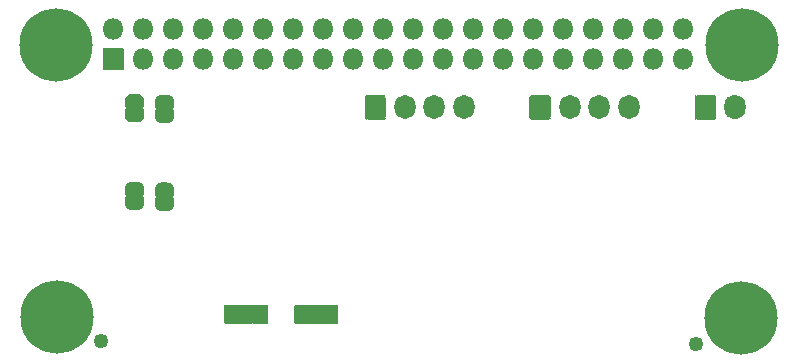
<source format=gbr>
G04 #@! TF.GenerationSoftware,KiCad,Pcbnew,5.1.12*
G04 #@! TF.CreationDate,2021-11-22T09:30:37+01:00*
G04 #@! TF.ProjectId,Raspberry Pi Zero W,52617370-6265-4727-9279-205069205a65,1.0.8*
G04 #@! TF.SameCoordinates,Original*
G04 #@! TF.FileFunction,Soldermask,Bot*
G04 #@! TF.FilePolarity,Negative*
%FSLAX46Y46*%
G04 Gerber Fmt 4.6, Leading zero omitted, Abs format (unit mm)*
G04 Created by KiCad (PCBNEW 5.1.12) date 2021-11-22 09:30:37*
%MOMM*%
%LPD*%
G01*
G04 APERTURE LIST*
%ADD10C,1.254000*%
%ADD11C,6.200000*%
%ADD12O,1.802000X2.102000*%
%ADD13O,1.802000X2.052000*%
%ADD14C,0.100000*%
%ADD15O,1.802000X1.802000*%
G04 APERTURE END LIST*
D10*
X123380500Y-116586000D03*
X173736000Y-116776500D03*
D11*
X177507900Y-114579400D03*
G36*
G01*
X173597000Y-97560000D02*
X173597000Y-95988000D01*
G75*
G02*
X173862000Y-95723000I265000J0D01*
G01*
X175134000Y-95723000D01*
G75*
G02*
X175399000Y-95988000I0J-265000D01*
G01*
X175399000Y-97560000D01*
G75*
G02*
X175134000Y-97825000I-265000J0D01*
G01*
X173862000Y-97825000D01*
G75*
G02*
X173597000Y-97560000I0J265000D01*
G01*
G37*
D12*
X176998000Y-96774000D03*
G36*
G01*
X159620000Y-97535000D02*
X159620000Y-96013000D01*
G75*
G02*
X159885000Y-95748000I265000J0D01*
G01*
X161157000Y-95748000D01*
G75*
G02*
X161422000Y-96013000I0J-265000D01*
G01*
X161422000Y-97535000D01*
G75*
G02*
X161157000Y-97800000I-265000J0D01*
G01*
X159885000Y-97800000D01*
G75*
G02*
X159620000Y-97535000I0J265000D01*
G01*
G37*
D13*
X163021000Y-96774000D03*
X165521000Y-96774000D03*
X168021000Y-96774000D03*
X154058000Y-96774000D03*
X151558000Y-96774000D03*
X149058000Y-96774000D03*
G36*
G01*
X145657000Y-97535000D02*
X145657000Y-96013000D01*
G75*
G02*
X145922000Y-95748000I265000J0D01*
G01*
X147194000Y-95748000D01*
G75*
G02*
X147459000Y-96013000I0J-265000D01*
G01*
X147459000Y-97535000D01*
G75*
G02*
X147194000Y-97800000I-265000J0D01*
G01*
X145922000Y-97800000D01*
G75*
G02*
X145657000Y-97535000I0J265000D01*
G01*
G37*
D14*
G36*
X126974520Y-96697450D02*
G01*
X126971618Y-96707017D01*
X126966905Y-96715834D01*
X126960562Y-96723562D01*
X126952834Y-96729905D01*
X126944017Y-96734618D01*
X126934450Y-96737520D01*
X126924500Y-96738500D01*
X125424500Y-96738500D01*
X125414550Y-96737520D01*
X125404983Y-96734618D01*
X125396166Y-96729905D01*
X125388438Y-96723562D01*
X125382095Y-96715834D01*
X125377382Y-96707017D01*
X125374480Y-96697450D01*
X125373500Y-96687500D01*
X125373500Y-96187500D01*
X125374102Y-96181388D01*
X125374102Y-96162966D01*
X125374348Y-96157967D01*
X125379158Y-96109136D01*
X125379892Y-96104186D01*
X125389464Y-96056061D01*
X125390680Y-96051205D01*
X125404924Y-96004250D01*
X125406610Y-95999539D01*
X125425387Y-95954206D01*
X125427527Y-95949680D01*
X125450658Y-95906407D01*
X125453231Y-95902116D01*
X125480491Y-95861317D01*
X125483473Y-95857296D01*
X125514601Y-95819367D01*
X125517962Y-95815659D01*
X125552659Y-95780962D01*
X125556367Y-95777601D01*
X125594296Y-95746473D01*
X125598317Y-95743491D01*
X125639116Y-95716231D01*
X125643407Y-95713658D01*
X125686680Y-95690527D01*
X125691206Y-95688387D01*
X125736539Y-95669610D01*
X125741250Y-95667924D01*
X125788205Y-95653680D01*
X125793061Y-95652464D01*
X125841186Y-95642892D01*
X125846136Y-95642158D01*
X125894967Y-95637348D01*
X125899966Y-95637102D01*
X125918388Y-95637102D01*
X125924500Y-95636500D01*
X126424500Y-95636500D01*
X126430612Y-95637102D01*
X126449034Y-95637102D01*
X126454033Y-95637348D01*
X126502864Y-95642158D01*
X126507814Y-95642892D01*
X126555939Y-95652464D01*
X126560795Y-95653680D01*
X126607750Y-95667924D01*
X126612461Y-95669610D01*
X126657794Y-95688387D01*
X126662320Y-95690527D01*
X126705593Y-95713658D01*
X126709884Y-95716231D01*
X126750683Y-95743491D01*
X126754704Y-95746473D01*
X126792633Y-95777601D01*
X126796341Y-95780962D01*
X126831038Y-95815659D01*
X126834399Y-95819367D01*
X126865527Y-95857296D01*
X126868509Y-95861317D01*
X126895769Y-95902116D01*
X126898342Y-95906407D01*
X126921473Y-95949680D01*
X126923613Y-95954206D01*
X126942390Y-95999539D01*
X126944076Y-96004250D01*
X126958320Y-96051205D01*
X126959536Y-96056061D01*
X126969108Y-96104186D01*
X126969842Y-96109136D01*
X126974652Y-96157967D01*
X126974898Y-96162966D01*
X126974898Y-96181388D01*
X126975500Y-96187500D01*
X126975500Y-96687500D01*
X126974520Y-96697450D01*
G37*
G36*
X126974898Y-97493612D02*
G01*
X126974898Y-97512034D01*
X126974652Y-97517033D01*
X126969842Y-97565864D01*
X126969108Y-97570814D01*
X126959536Y-97618939D01*
X126958320Y-97623795D01*
X126944076Y-97670750D01*
X126942390Y-97675461D01*
X126923613Y-97720794D01*
X126921473Y-97725320D01*
X126898342Y-97768593D01*
X126895769Y-97772884D01*
X126868509Y-97813683D01*
X126865527Y-97817704D01*
X126834399Y-97855633D01*
X126831038Y-97859341D01*
X126796341Y-97894038D01*
X126792633Y-97897399D01*
X126754704Y-97928527D01*
X126750683Y-97931509D01*
X126709884Y-97958769D01*
X126705593Y-97961342D01*
X126662320Y-97984473D01*
X126657794Y-97986613D01*
X126612461Y-98005390D01*
X126607750Y-98007076D01*
X126560795Y-98021320D01*
X126555939Y-98022536D01*
X126507814Y-98032108D01*
X126502864Y-98032842D01*
X126454033Y-98037652D01*
X126449034Y-98037898D01*
X126430612Y-98037898D01*
X126424500Y-98038500D01*
X125924500Y-98038500D01*
X125918388Y-98037898D01*
X125899966Y-98037898D01*
X125894967Y-98037652D01*
X125846136Y-98032842D01*
X125841186Y-98032108D01*
X125793061Y-98022536D01*
X125788205Y-98021320D01*
X125741250Y-98007076D01*
X125736539Y-98005390D01*
X125691206Y-97986613D01*
X125686680Y-97984473D01*
X125643407Y-97961342D01*
X125639116Y-97958769D01*
X125598317Y-97931509D01*
X125594296Y-97928527D01*
X125556367Y-97897399D01*
X125552659Y-97894038D01*
X125517962Y-97859341D01*
X125514601Y-97855633D01*
X125483473Y-97817704D01*
X125480491Y-97813683D01*
X125453231Y-97772884D01*
X125450658Y-97768593D01*
X125427527Y-97725320D01*
X125425387Y-97720794D01*
X125406610Y-97675461D01*
X125404924Y-97670750D01*
X125390680Y-97623795D01*
X125389464Y-97618939D01*
X125379892Y-97570814D01*
X125379158Y-97565864D01*
X125374348Y-97517033D01*
X125374102Y-97512034D01*
X125374102Y-97493612D01*
X125373500Y-97487500D01*
X125373500Y-96987500D01*
X125374480Y-96977550D01*
X125377382Y-96967983D01*
X125382095Y-96959166D01*
X125388438Y-96951438D01*
X125396166Y-96945095D01*
X125404983Y-96940382D01*
X125414550Y-96937480D01*
X125424500Y-96936500D01*
X126924500Y-96936500D01*
X126934450Y-96937480D01*
X126944017Y-96940382D01*
X126952834Y-96945095D01*
X126960562Y-96951438D01*
X126966905Y-96959166D01*
X126971618Y-96967983D01*
X126974520Y-96977550D01*
X126975500Y-96987500D01*
X126975500Y-97487500D01*
X126974898Y-97493612D01*
G37*
D11*
X177600000Y-91500000D03*
X119500000Y-91500000D03*
X119600000Y-114500000D03*
G36*
G01*
X123533800Y-91783600D02*
X125233800Y-91783600D01*
G75*
G02*
X125284800Y-91834600I0J-51000D01*
G01*
X125284800Y-93534600D01*
G75*
G02*
X125233800Y-93585600I-51000J0D01*
G01*
X123533800Y-93585600D01*
G75*
G02*
X123482800Y-93534600I0J51000D01*
G01*
X123482800Y-91834600D01*
G75*
G02*
X123533800Y-91783600I51000J0D01*
G01*
G37*
D15*
X124383800Y-90144600D03*
X126923800Y-92684600D03*
X126923800Y-90144600D03*
X129463800Y-92684600D03*
X129463800Y-90144600D03*
X132003800Y-92684600D03*
X132003800Y-90144600D03*
X134543800Y-92684600D03*
X134543800Y-90144600D03*
X137083800Y-92684600D03*
X137083800Y-90144600D03*
X139623800Y-92684600D03*
X139623800Y-90144600D03*
X142163800Y-92684600D03*
X142163800Y-90144600D03*
X144703800Y-92684600D03*
X144703800Y-90144600D03*
X147243800Y-92684600D03*
X147243800Y-90144600D03*
X149783800Y-92684600D03*
X149783800Y-90144600D03*
X152323800Y-92684600D03*
X152323800Y-90144600D03*
X154863800Y-92684600D03*
X154863800Y-90144600D03*
X157403800Y-92684600D03*
X157403800Y-90144600D03*
X159943800Y-92684600D03*
X159943800Y-90144600D03*
X162483800Y-92684600D03*
X162483800Y-90144600D03*
X165023800Y-92684600D03*
X165023800Y-90144600D03*
X167563800Y-92684600D03*
X167563800Y-90144600D03*
X170103800Y-92684600D03*
X170103800Y-90144600D03*
X172643800Y-92684600D03*
X172643800Y-90144600D03*
G36*
G01*
X139724000Y-115050000D02*
X139724000Y-113550000D01*
G75*
G02*
X139775000Y-113499000I51000J0D01*
G01*
X140775000Y-113499000D01*
G75*
G02*
X140826000Y-113550000I0J-51000D01*
G01*
X140826000Y-115050000D01*
G75*
G02*
X140775000Y-115101000I-51000J0D01*
G01*
X139775000Y-115101000D01*
G75*
G02*
X139724000Y-115050000I0J51000D01*
G01*
G37*
G36*
G01*
X142324000Y-115050000D02*
X142324000Y-113550000D01*
G75*
G02*
X142375000Y-113499000I51000J0D01*
G01*
X143375000Y-113499000D01*
G75*
G02*
X143426000Y-113550000I0J-51000D01*
G01*
X143426000Y-115050000D01*
G75*
G02*
X143375000Y-115101000I-51000J0D01*
G01*
X142375000Y-115101000D01*
G75*
G02*
X142324000Y-115050000I0J51000D01*
G01*
G37*
G36*
G01*
X141024000Y-115050000D02*
X141024000Y-113550000D01*
G75*
G02*
X141075000Y-113499000I51000J0D01*
G01*
X142075000Y-113499000D01*
G75*
G02*
X142126000Y-113550000I0J-51000D01*
G01*
X142126000Y-115050000D01*
G75*
G02*
X142075000Y-115101000I-51000J0D01*
G01*
X141075000Y-115101000D01*
G75*
G02*
X141024000Y-115050000I0J51000D01*
G01*
G37*
G36*
G01*
X133785000Y-115050000D02*
X133785000Y-113550000D01*
G75*
G02*
X133836000Y-113499000I51000J0D01*
G01*
X134836000Y-113499000D01*
G75*
G02*
X134887000Y-113550000I0J-51000D01*
G01*
X134887000Y-115050000D01*
G75*
G02*
X134836000Y-115101000I-51000J0D01*
G01*
X133836000Y-115101000D01*
G75*
G02*
X133785000Y-115050000I0J51000D01*
G01*
G37*
G36*
G01*
X136385000Y-115050000D02*
X136385000Y-113550000D01*
G75*
G02*
X136436000Y-113499000I51000J0D01*
G01*
X137436000Y-113499000D01*
G75*
G02*
X137487000Y-113550000I0J-51000D01*
G01*
X137487000Y-115050000D01*
G75*
G02*
X137436000Y-115101000I-51000J0D01*
G01*
X136436000Y-115101000D01*
G75*
G02*
X136385000Y-115050000I0J51000D01*
G01*
G37*
G36*
G01*
X135085000Y-115050000D02*
X135085000Y-113550000D01*
G75*
G02*
X135136000Y-113499000I51000J0D01*
G01*
X136136000Y-113499000D01*
G75*
G02*
X136187000Y-113550000I0J-51000D01*
G01*
X136187000Y-115050000D01*
G75*
G02*
X136136000Y-115101000I-51000J0D01*
G01*
X135136000Y-115101000D01*
G75*
G02*
X135085000Y-115050000I0J51000D01*
G01*
G37*
D14*
G36*
X129514520Y-96760950D02*
G01*
X129511618Y-96770517D01*
X129506905Y-96779334D01*
X129500562Y-96787062D01*
X129492834Y-96793405D01*
X129484017Y-96798118D01*
X129474450Y-96801020D01*
X129464500Y-96802000D01*
X127964500Y-96802000D01*
X127954550Y-96801020D01*
X127944983Y-96798118D01*
X127936166Y-96793405D01*
X127928438Y-96787062D01*
X127922095Y-96779334D01*
X127917382Y-96770517D01*
X127914480Y-96760950D01*
X127913500Y-96751000D01*
X127913500Y-96251000D01*
X127914102Y-96244888D01*
X127914102Y-96226466D01*
X127914348Y-96221467D01*
X127919158Y-96172636D01*
X127919892Y-96167686D01*
X127929464Y-96119561D01*
X127930680Y-96114705D01*
X127944924Y-96067750D01*
X127946610Y-96063039D01*
X127965387Y-96017706D01*
X127967527Y-96013180D01*
X127990658Y-95969907D01*
X127993231Y-95965616D01*
X128020491Y-95924817D01*
X128023473Y-95920796D01*
X128054601Y-95882867D01*
X128057962Y-95879159D01*
X128092659Y-95844462D01*
X128096367Y-95841101D01*
X128134296Y-95809973D01*
X128138317Y-95806991D01*
X128179116Y-95779731D01*
X128183407Y-95777158D01*
X128226680Y-95754027D01*
X128231206Y-95751887D01*
X128276539Y-95733110D01*
X128281250Y-95731424D01*
X128328205Y-95717180D01*
X128333061Y-95715964D01*
X128381186Y-95706392D01*
X128386136Y-95705658D01*
X128434967Y-95700848D01*
X128439966Y-95700602D01*
X128458388Y-95700602D01*
X128464500Y-95700000D01*
X128964500Y-95700000D01*
X128970612Y-95700602D01*
X128989034Y-95700602D01*
X128994033Y-95700848D01*
X129042864Y-95705658D01*
X129047814Y-95706392D01*
X129095939Y-95715964D01*
X129100795Y-95717180D01*
X129147750Y-95731424D01*
X129152461Y-95733110D01*
X129197794Y-95751887D01*
X129202320Y-95754027D01*
X129245593Y-95777158D01*
X129249884Y-95779731D01*
X129290683Y-95806991D01*
X129294704Y-95809973D01*
X129332633Y-95841101D01*
X129336341Y-95844462D01*
X129371038Y-95879159D01*
X129374399Y-95882867D01*
X129405527Y-95920796D01*
X129408509Y-95924817D01*
X129435769Y-95965616D01*
X129438342Y-95969907D01*
X129461473Y-96013180D01*
X129463613Y-96017706D01*
X129482390Y-96063039D01*
X129484076Y-96067750D01*
X129498320Y-96114705D01*
X129499536Y-96119561D01*
X129509108Y-96167686D01*
X129509842Y-96172636D01*
X129514652Y-96221467D01*
X129514898Y-96226466D01*
X129514898Y-96244888D01*
X129515500Y-96251000D01*
X129515500Y-96751000D01*
X129514520Y-96760950D01*
G37*
G36*
X129514898Y-97557112D02*
G01*
X129514898Y-97575534D01*
X129514652Y-97580533D01*
X129509842Y-97629364D01*
X129509108Y-97634314D01*
X129499536Y-97682439D01*
X129498320Y-97687295D01*
X129484076Y-97734250D01*
X129482390Y-97738961D01*
X129463613Y-97784294D01*
X129461473Y-97788820D01*
X129438342Y-97832093D01*
X129435769Y-97836384D01*
X129408509Y-97877183D01*
X129405527Y-97881204D01*
X129374399Y-97919133D01*
X129371038Y-97922841D01*
X129336341Y-97957538D01*
X129332633Y-97960899D01*
X129294704Y-97992027D01*
X129290683Y-97995009D01*
X129249884Y-98022269D01*
X129245593Y-98024842D01*
X129202320Y-98047973D01*
X129197794Y-98050113D01*
X129152461Y-98068890D01*
X129147750Y-98070576D01*
X129100795Y-98084820D01*
X129095939Y-98086036D01*
X129047814Y-98095608D01*
X129042864Y-98096342D01*
X128994033Y-98101152D01*
X128989034Y-98101398D01*
X128970612Y-98101398D01*
X128964500Y-98102000D01*
X128464500Y-98102000D01*
X128458388Y-98101398D01*
X128439966Y-98101398D01*
X128434967Y-98101152D01*
X128386136Y-98096342D01*
X128381186Y-98095608D01*
X128333061Y-98086036D01*
X128328205Y-98084820D01*
X128281250Y-98070576D01*
X128276539Y-98068890D01*
X128231206Y-98050113D01*
X128226680Y-98047973D01*
X128183407Y-98024842D01*
X128179116Y-98022269D01*
X128138317Y-97995009D01*
X128134296Y-97992027D01*
X128096367Y-97960899D01*
X128092659Y-97957538D01*
X128057962Y-97922841D01*
X128054601Y-97919133D01*
X128023473Y-97881204D01*
X128020491Y-97877183D01*
X127993231Y-97836384D01*
X127990658Y-97832093D01*
X127967527Y-97788820D01*
X127965387Y-97784294D01*
X127946610Y-97738961D01*
X127944924Y-97734250D01*
X127930680Y-97687295D01*
X127929464Y-97682439D01*
X127919892Y-97634314D01*
X127919158Y-97629364D01*
X127914348Y-97580533D01*
X127914102Y-97575534D01*
X127914102Y-97557112D01*
X127913500Y-97551000D01*
X127913500Y-97051000D01*
X127914480Y-97041050D01*
X127917382Y-97031483D01*
X127922095Y-97022666D01*
X127928438Y-97014938D01*
X127936166Y-97008595D01*
X127944983Y-97003882D01*
X127954550Y-97000980D01*
X127964500Y-97000000D01*
X129464500Y-97000000D01*
X129474450Y-97000980D01*
X129484017Y-97003882D01*
X129492834Y-97008595D01*
X129500562Y-97014938D01*
X129506905Y-97022666D01*
X129511618Y-97031483D01*
X129514520Y-97041050D01*
X129515500Y-97051000D01*
X129515500Y-97551000D01*
X129514898Y-97557112D01*
G37*
G36*
X126974520Y-104126950D02*
G01*
X126971618Y-104136517D01*
X126966905Y-104145334D01*
X126960562Y-104153062D01*
X126952834Y-104159405D01*
X126944017Y-104164118D01*
X126934450Y-104167020D01*
X126924500Y-104168000D01*
X125424500Y-104168000D01*
X125414550Y-104167020D01*
X125404983Y-104164118D01*
X125396166Y-104159405D01*
X125388438Y-104153062D01*
X125382095Y-104145334D01*
X125377382Y-104136517D01*
X125374480Y-104126950D01*
X125373500Y-104117000D01*
X125373500Y-103617000D01*
X125374102Y-103610888D01*
X125374102Y-103592466D01*
X125374348Y-103587467D01*
X125379158Y-103538636D01*
X125379892Y-103533686D01*
X125389464Y-103485561D01*
X125390680Y-103480705D01*
X125404924Y-103433750D01*
X125406610Y-103429039D01*
X125425387Y-103383706D01*
X125427527Y-103379180D01*
X125450658Y-103335907D01*
X125453231Y-103331616D01*
X125480491Y-103290817D01*
X125483473Y-103286796D01*
X125514601Y-103248867D01*
X125517962Y-103245159D01*
X125552659Y-103210462D01*
X125556367Y-103207101D01*
X125594296Y-103175973D01*
X125598317Y-103172991D01*
X125639116Y-103145731D01*
X125643407Y-103143158D01*
X125686680Y-103120027D01*
X125691206Y-103117887D01*
X125736539Y-103099110D01*
X125741250Y-103097424D01*
X125788205Y-103083180D01*
X125793061Y-103081964D01*
X125841186Y-103072392D01*
X125846136Y-103071658D01*
X125894967Y-103066848D01*
X125899966Y-103066602D01*
X125918388Y-103066602D01*
X125924500Y-103066000D01*
X126424500Y-103066000D01*
X126430612Y-103066602D01*
X126449034Y-103066602D01*
X126454033Y-103066848D01*
X126502864Y-103071658D01*
X126507814Y-103072392D01*
X126555939Y-103081964D01*
X126560795Y-103083180D01*
X126607750Y-103097424D01*
X126612461Y-103099110D01*
X126657794Y-103117887D01*
X126662320Y-103120027D01*
X126705593Y-103143158D01*
X126709884Y-103145731D01*
X126750683Y-103172991D01*
X126754704Y-103175973D01*
X126792633Y-103207101D01*
X126796341Y-103210462D01*
X126831038Y-103245159D01*
X126834399Y-103248867D01*
X126865527Y-103286796D01*
X126868509Y-103290817D01*
X126895769Y-103331616D01*
X126898342Y-103335907D01*
X126921473Y-103379180D01*
X126923613Y-103383706D01*
X126942390Y-103429039D01*
X126944076Y-103433750D01*
X126958320Y-103480705D01*
X126959536Y-103485561D01*
X126969108Y-103533686D01*
X126969842Y-103538636D01*
X126974652Y-103587467D01*
X126974898Y-103592466D01*
X126974898Y-103610888D01*
X126975500Y-103617000D01*
X126975500Y-104117000D01*
X126974520Y-104126950D01*
G37*
G36*
X126974898Y-104923112D02*
G01*
X126974898Y-104941534D01*
X126974652Y-104946533D01*
X126969842Y-104995364D01*
X126969108Y-105000314D01*
X126959536Y-105048439D01*
X126958320Y-105053295D01*
X126944076Y-105100250D01*
X126942390Y-105104961D01*
X126923613Y-105150294D01*
X126921473Y-105154820D01*
X126898342Y-105198093D01*
X126895769Y-105202384D01*
X126868509Y-105243183D01*
X126865527Y-105247204D01*
X126834399Y-105285133D01*
X126831038Y-105288841D01*
X126796341Y-105323538D01*
X126792633Y-105326899D01*
X126754704Y-105358027D01*
X126750683Y-105361009D01*
X126709884Y-105388269D01*
X126705593Y-105390842D01*
X126662320Y-105413973D01*
X126657794Y-105416113D01*
X126612461Y-105434890D01*
X126607750Y-105436576D01*
X126560795Y-105450820D01*
X126555939Y-105452036D01*
X126507814Y-105461608D01*
X126502864Y-105462342D01*
X126454033Y-105467152D01*
X126449034Y-105467398D01*
X126430612Y-105467398D01*
X126424500Y-105468000D01*
X125924500Y-105468000D01*
X125918388Y-105467398D01*
X125899966Y-105467398D01*
X125894967Y-105467152D01*
X125846136Y-105462342D01*
X125841186Y-105461608D01*
X125793061Y-105452036D01*
X125788205Y-105450820D01*
X125741250Y-105436576D01*
X125736539Y-105434890D01*
X125691206Y-105416113D01*
X125686680Y-105413973D01*
X125643407Y-105390842D01*
X125639116Y-105388269D01*
X125598317Y-105361009D01*
X125594296Y-105358027D01*
X125556367Y-105326899D01*
X125552659Y-105323538D01*
X125517962Y-105288841D01*
X125514601Y-105285133D01*
X125483473Y-105247204D01*
X125480491Y-105243183D01*
X125453231Y-105202384D01*
X125450658Y-105198093D01*
X125427527Y-105154820D01*
X125425387Y-105150294D01*
X125406610Y-105104961D01*
X125404924Y-105100250D01*
X125390680Y-105053295D01*
X125389464Y-105048439D01*
X125379892Y-105000314D01*
X125379158Y-104995364D01*
X125374348Y-104946533D01*
X125374102Y-104941534D01*
X125374102Y-104923112D01*
X125373500Y-104917000D01*
X125373500Y-104417000D01*
X125374480Y-104407050D01*
X125377382Y-104397483D01*
X125382095Y-104388666D01*
X125388438Y-104380938D01*
X125396166Y-104374595D01*
X125404983Y-104369882D01*
X125414550Y-104366980D01*
X125424500Y-104366000D01*
X126924500Y-104366000D01*
X126934450Y-104366980D01*
X126944017Y-104369882D01*
X126952834Y-104374595D01*
X126960562Y-104380938D01*
X126966905Y-104388666D01*
X126971618Y-104397483D01*
X126974520Y-104407050D01*
X126975500Y-104417000D01*
X126975500Y-104917000D01*
X126974898Y-104923112D01*
G37*
G36*
X129514898Y-104986612D02*
G01*
X129514898Y-105005034D01*
X129514652Y-105010033D01*
X129509842Y-105058864D01*
X129509108Y-105063814D01*
X129499536Y-105111939D01*
X129498320Y-105116795D01*
X129484076Y-105163750D01*
X129482390Y-105168461D01*
X129463613Y-105213794D01*
X129461473Y-105218320D01*
X129438342Y-105261593D01*
X129435769Y-105265884D01*
X129408509Y-105306683D01*
X129405527Y-105310704D01*
X129374399Y-105348633D01*
X129371038Y-105352341D01*
X129336341Y-105387038D01*
X129332633Y-105390399D01*
X129294704Y-105421527D01*
X129290683Y-105424509D01*
X129249884Y-105451769D01*
X129245593Y-105454342D01*
X129202320Y-105477473D01*
X129197794Y-105479613D01*
X129152461Y-105498390D01*
X129147750Y-105500076D01*
X129100795Y-105514320D01*
X129095939Y-105515536D01*
X129047814Y-105525108D01*
X129042864Y-105525842D01*
X128994033Y-105530652D01*
X128989034Y-105530898D01*
X128970612Y-105530898D01*
X128964500Y-105531500D01*
X128464500Y-105531500D01*
X128458388Y-105530898D01*
X128439966Y-105530898D01*
X128434967Y-105530652D01*
X128386136Y-105525842D01*
X128381186Y-105525108D01*
X128333061Y-105515536D01*
X128328205Y-105514320D01*
X128281250Y-105500076D01*
X128276539Y-105498390D01*
X128231206Y-105479613D01*
X128226680Y-105477473D01*
X128183407Y-105454342D01*
X128179116Y-105451769D01*
X128138317Y-105424509D01*
X128134296Y-105421527D01*
X128096367Y-105390399D01*
X128092659Y-105387038D01*
X128057962Y-105352341D01*
X128054601Y-105348633D01*
X128023473Y-105310704D01*
X128020491Y-105306683D01*
X127993231Y-105265884D01*
X127990658Y-105261593D01*
X127967527Y-105218320D01*
X127965387Y-105213794D01*
X127946610Y-105168461D01*
X127944924Y-105163750D01*
X127930680Y-105116795D01*
X127929464Y-105111939D01*
X127919892Y-105063814D01*
X127919158Y-105058864D01*
X127914348Y-105010033D01*
X127914102Y-105005034D01*
X127914102Y-104986612D01*
X127913500Y-104980500D01*
X127913500Y-104480500D01*
X127914480Y-104470550D01*
X127917382Y-104460983D01*
X127922095Y-104452166D01*
X127928438Y-104444438D01*
X127936166Y-104438095D01*
X127944983Y-104433382D01*
X127954550Y-104430480D01*
X127964500Y-104429500D01*
X129464500Y-104429500D01*
X129474450Y-104430480D01*
X129484017Y-104433382D01*
X129492834Y-104438095D01*
X129500562Y-104444438D01*
X129506905Y-104452166D01*
X129511618Y-104460983D01*
X129514520Y-104470550D01*
X129515500Y-104480500D01*
X129515500Y-104980500D01*
X129514898Y-104986612D01*
G37*
G36*
X129514520Y-104190450D02*
G01*
X129511618Y-104200017D01*
X129506905Y-104208834D01*
X129500562Y-104216562D01*
X129492834Y-104222905D01*
X129484017Y-104227618D01*
X129474450Y-104230520D01*
X129464500Y-104231500D01*
X127964500Y-104231500D01*
X127954550Y-104230520D01*
X127944983Y-104227618D01*
X127936166Y-104222905D01*
X127928438Y-104216562D01*
X127922095Y-104208834D01*
X127917382Y-104200017D01*
X127914480Y-104190450D01*
X127913500Y-104180500D01*
X127913500Y-103680500D01*
X127914102Y-103674388D01*
X127914102Y-103655966D01*
X127914348Y-103650967D01*
X127919158Y-103602136D01*
X127919892Y-103597186D01*
X127929464Y-103549061D01*
X127930680Y-103544205D01*
X127944924Y-103497250D01*
X127946610Y-103492539D01*
X127965387Y-103447206D01*
X127967527Y-103442680D01*
X127990658Y-103399407D01*
X127993231Y-103395116D01*
X128020491Y-103354317D01*
X128023473Y-103350296D01*
X128054601Y-103312367D01*
X128057962Y-103308659D01*
X128092659Y-103273962D01*
X128096367Y-103270601D01*
X128134296Y-103239473D01*
X128138317Y-103236491D01*
X128179116Y-103209231D01*
X128183407Y-103206658D01*
X128226680Y-103183527D01*
X128231206Y-103181387D01*
X128276539Y-103162610D01*
X128281250Y-103160924D01*
X128328205Y-103146680D01*
X128333061Y-103145464D01*
X128381186Y-103135892D01*
X128386136Y-103135158D01*
X128434967Y-103130348D01*
X128439966Y-103130102D01*
X128458388Y-103130102D01*
X128464500Y-103129500D01*
X128964500Y-103129500D01*
X128970612Y-103130102D01*
X128989034Y-103130102D01*
X128994033Y-103130348D01*
X129042864Y-103135158D01*
X129047814Y-103135892D01*
X129095939Y-103145464D01*
X129100795Y-103146680D01*
X129147750Y-103160924D01*
X129152461Y-103162610D01*
X129197794Y-103181387D01*
X129202320Y-103183527D01*
X129245593Y-103206658D01*
X129249884Y-103209231D01*
X129290683Y-103236491D01*
X129294704Y-103239473D01*
X129332633Y-103270601D01*
X129336341Y-103273962D01*
X129371038Y-103308659D01*
X129374399Y-103312367D01*
X129405527Y-103350296D01*
X129408509Y-103354317D01*
X129435769Y-103395116D01*
X129438342Y-103399407D01*
X129461473Y-103442680D01*
X129463613Y-103447206D01*
X129482390Y-103492539D01*
X129484076Y-103497250D01*
X129498320Y-103544205D01*
X129499536Y-103549061D01*
X129509108Y-103597186D01*
X129509842Y-103602136D01*
X129514652Y-103650967D01*
X129514898Y-103655966D01*
X129514898Y-103674388D01*
X129515500Y-103680500D01*
X129515500Y-104180500D01*
X129514520Y-104190450D01*
G37*
G36*
X135086732Y-113498000D02*
G01*
X135087000Y-113499000D01*
X135087000Y-115101000D01*
X135086000Y-115102732D01*
X135085000Y-115103000D01*
X134887000Y-115103000D01*
X134885268Y-115102000D01*
X134885000Y-115101000D01*
X134885000Y-113499000D01*
X134886000Y-113497268D01*
X134887000Y-113497000D01*
X135085000Y-113497000D01*
X135086732Y-113498000D01*
G37*
G36*
X142325732Y-113498000D02*
G01*
X142326000Y-113499000D01*
X142326000Y-115101000D01*
X142325000Y-115102732D01*
X142324000Y-115103000D01*
X142126000Y-115103000D01*
X142124268Y-115102000D01*
X142124000Y-115101000D01*
X142124000Y-113499000D01*
X142125000Y-113497268D01*
X142126000Y-113497000D01*
X142324000Y-113497000D01*
X142325732Y-113498000D01*
G37*
G36*
X136386732Y-113498000D02*
G01*
X136387000Y-113499000D01*
X136387000Y-115101000D01*
X136386000Y-115102732D01*
X136385000Y-115103000D01*
X136187000Y-115103000D01*
X136185268Y-115102000D01*
X136185000Y-115101000D01*
X136185000Y-113499000D01*
X136186000Y-113497268D01*
X136187000Y-113497000D01*
X136385000Y-113497000D01*
X136386732Y-113498000D01*
G37*
G36*
X141025732Y-113498000D02*
G01*
X141026000Y-113499000D01*
X141026000Y-115101000D01*
X141025000Y-115102732D01*
X141024000Y-115103000D01*
X140826000Y-115103000D01*
X140824268Y-115102000D01*
X140824000Y-115101000D01*
X140824000Y-113499000D01*
X140825000Y-113497268D01*
X140826000Y-113497000D01*
X141024000Y-113497000D01*
X141025732Y-113498000D01*
G37*
G36*
X127939833Y-104222597D02*
G01*
X127945752Y-104225761D01*
X127954945Y-104228550D01*
X127964594Y-104229500D01*
X129464406Y-104229500D01*
X129474055Y-104228550D01*
X129483248Y-104225761D01*
X129489171Y-104222595D01*
X129491170Y-104222661D01*
X129492113Y-104224424D01*
X129491383Y-104225905D01*
X129490251Y-104226834D01*
X129490093Y-104226951D01*
X129477404Y-104235429D01*
X129460357Y-104252476D01*
X129446962Y-104272524D01*
X129437736Y-104294798D01*
X129433032Y-104318448D01*
X129433032Y-104342554D01*
X129437737Y-104366204D01*
X129446963Y-104388478D01*
X129460358Y-104408525D01*
X129477405Y-104425572D01*
X129490093Y-104434050D01*
X129490251Y-104434167D01*
X129491379Y-104435093D01*
X129492083Y-104436965D01*
X129490814Y-104438511D01*
X129489167Y-104438403D01*
X129483248Y-104435239D01*
X129474055Y-104432450D01*
X129464406Y-104431500D01*
X127964594Y-104431500D01*
X127954945Y-104432450D01*
X127945752Y-104435239D01*
X127939829Y-104438405D01*
X127937830Y-104438339D01*
X127936887Y-104436576D01*
X127937617Y-104435095D01*
X127938749Y-104434166D01*
X127938907Y-104434049D01*
X127951596Y-104425571D01*
X127968643Y-104408524D01*
X127982038Y-104388476D01*
X127991264Y-104366202D01*
X127995968Y-104342552D01*
X127995968Y-104318446D01*
X127991263Y-104294796D01*
X127982037Y-104272522D01*
X127968642Y-104252475D01*
X127951595Y-104235428D01*
X127938907Y-104226950D01*
X127938749Y-104226833D01*
X127937621Y-104225907D01*
X127936917Y-104224035D01*
X127938186Y-104222489D01*
X127939833Y-104222597D01*
G37*
G36*
X125399833Y-104159097D02*
G01*
X125405752Y-104162261D01*
X125414945Y-104165050D01*
X125424594Y-104166000D01*
X126924406Y-104166000D01*
X126934055Y-104165050D01*
X126943248Y-104162261D01*
X126949171Y-104159095D01*
X126951170Y-104159161D01*
X126952113Y-104160924D01*
X126951383Y-104162405D01*
X126950251Y-104163334D01*
X126950093Y-104163451D01*
X126937404Y-104171929D01*
X126920357Y-104188976D01*
X126906962Y-104209024D01*
X126897736Y-104231298D01*
X126893032Y-104254948D01*
X126893032Y-104279054D01*
X126897737Y-104302704D01*
X126906963Y-104324978D01*
X126920358Y-104345025D01*
X126937405Y-104362072D01*
X126950093Y-104370550D01*
X126950251Y-104370667D01*
X126951379Y-104371593D01*
X126952083Y-104373465D01*
X126950814Y-104375011D01*
X126949167Y-104374903D01*
X126943248Y-104371739D01*
X126934055Y-104368950D01*
X126924406Y-104368000D01*
X125424594Y-104368000D01*
X125414945Y-104368950D01*
X125405752Y-104371739D01*
X125399829Y-104374905D01*
X125397830Y-104374839D01*
X125396887Y-104373076D01*
X125397617Y-104371595D01*
X125398749Y-104370666D01*
X125398907Y-104370549D01*
X125411596Y-104362071D01*
X125428643Y-104345024D01*
X125442038Y-104324976D01*
X125451264Y-104302702D01*
X125455968Y-104279052D01*
X125455968Y-104254946D01*
X125451263Y-104231296D01*
X125442037Y-104209022D01*
X125428642Y-104188975D01*
X125411595Y-104171928D01*
X125398907Y-104163450D01*
X125398749Y-104163333D01*
X125397621Y-104162407D01*
X125396917Y-104160535D01*
X125398186Y-104158989D01*
X125399833Y-104159097D01*
G37*
G36*
X175400165Y-97558374D02*
G01*
X175401000Y-97560000D01*
X175401000Y-97642097D01*
X175400990Y-97642293D01*
X175397001Y-97682796D01*
X175396925Y-97683181D01*
X175386899Y-97716233D01*
X175386749Y-97716595D01*
X175370472Y-97747046D01*
X175370254Y-97747372D01*
X175348345Y-97774068D01*
X175348068Y-97774345D01*
X175321372Y-97796254D01*
X175321046Y-97796472D01*
X175290595Y-97812749D01*
X175290233Y-97812899D01*
X175257181Y-97822925D01*
X175256796Y-97823001D01*
X175216293Y-97826990D01*
X175216097Y-97827000D01*
X175134000Y-97827000D01*
X175132268Y-97826000D01*
X175132268Y-97824000D01*
X175133804Y-97823010D01*
X175185304Y-97817938D01*
X175234642Y-97802971D01*
X175280110Y-97778668D01*
X175319962Y-97745962D01*
X175352668Y-97706110D01*
X175376971Y-97660642D01*
X175391938Y-97611304D01*
X175397010Y-97559804D01*
X175398175Y-97558178D01*
X175400165Y-97558374D01*
G37*
G36*
X173598990Y-97559804D02*
G01*
X173604062Y-97611304D01*
X173619029Y-97660642D01*
X173643332Y-97706110D01*
X173676038Y-97745962D01*
X173715890Y-97778668D01*
X173761358Y-97802971D01*
X173810696Y-97817938D01*
X173862196Y-97823010D01*
X173863822Y-97824175D01*
X173863626Y-97826165D01*
X173862000Y-97827000D01*
X173779903Y-97827000D01*
X173779707Y-97826990D01*
X173739204Y-97823001D01*
X173738819Y-97822925D01*
X173705767Y-97812899D01*
X173705405Y-97812749D01*
X173674954Y-97796472D01*
X173674628Y-97796254D01*
X173647932Y-97774345D01*
X173647655Y-97774068D01*
X173625746Y-97747372D01*
X173625528Y-97747046D01*
X173609251Y-97716595D01*
X173609101Y-97716233D01*
X173599075Y-97683181D01*
X173598999Y-97682796D01*
X173595010Y-97642293D01*
X173595000Y-97642097D01*
X173595000Y-97560000D01*
X173596000Y-97558268D01*
X173598000Y-97558268D01*
X173598990Y-97559804D01*
G37*
G36*
X145658990Y-97534804D02*
G01*
X145664062Y-97586304D01*
X145679029Y-97635642D01*
X145703332Y-97681110D01*
X145736038Y-97720962D01*
X145775890Y-97753668D01*
X145821358Y-97777971D01*
X145870696Y-97792938D01*
X145922196Y-97798010D01*
X145923822Y-97799175D01*
X145923626Y-97801165D01*
X145922000Y-97802000D01*
X145839903Y-97802000D01*
X145839707Y-97801990D01*
X145799204Y-97798001D01*
X145798819Y-97797925D01*
X145765767Y-97787899D01*
X145765405Y-97787749D01*
X145734954Y-97771472D01*
X145734628Y-97771254D01*
X145707932Y-97749345D01*
X145707655Y-97749068D01*
X145685746Y-97722372D01*
X145685528Y-97722046D01*
X145669251Y-97691595D01*
X145669101Y-97691233D01*
X145659075Y-97658181D01*
X145658999Y-97657796D01*
X145655010Y-97617293D01*
X145655000Y-97617097D01*
X145655000Y-97535000D01*
X145656000Y-97533268D01*
X145658000Y-97533268D01*
X145658990Y-97534804D01*
G37*
G36*
X159621990Y-97534804D02*
G01*
X159627062Y-97586304D01*
X159642029Y-97635642D01*
X159666332Y-97681110D01*
X159699038Y-97720962D01*
X159738890Y-97753668D01*
X159784358Y-97777971D01*
X159833696Y-97792938D01*
X159885196Y-97798010D01*
X159886822Y-97799175D01*
X159886626Y-97801165D01*
X159885000Y-97802000D01*
X159802903Y-97802000D01*
X159802707Y-97801990D01*
X159762204Y-97798001D01*
X159761819Y-97797925D01*
X159728767Y-97787899D01*
X159728405Y-97787749D01*
X159697954Y-97771472D01*
X159697628Y-97771254D01*
X159670932Y-97749345D01*
X159670655Y-97749068D01*
X159648746Y-97722372D01*
X159648528Y-97722046D01*
X159632251Y-97691595D01*
X159632101Y-97691233D01*
X159622075Y-97658181D01*
X159621999Y-97657796D01*
X159618010Y-97617293D01*
X159618000Y-97617097D01*
X159618000Y-97535000D01*
X159619000Y-97533268D01*
X159621000Y-97533268D01*
X159621990Y-97534804D01*
G37*
G36*
X147460165Y-97533374D02*
G01*
X147461000Y-97535000D01*
X147461000Y-97617097D01*
X147460990Y-97617293D01*
X147457001Y-97657796D01*
X147456925Y-97658181D01*
X147446899Y-97691233D01*
X147446749Y-97691595D01*
X147430472Y-97722046D01*
X147430254Y-97722372D01*
X147408345Y-97749068D01*
X147408068Y-97749345D01*
X147381372Y-97771254D01*
X147381046Y-97771472D01*
X147350595Y-97787749D01*
X147350233Y-97787899D01*
X147317181Y-97797925D01*
X147316796Y-97798001D01*
X147276293Y-97801990D01*
X147276097Y-97802000D01*
X147194000Y-97802000D01*
X147192268Y-97801000D01*
X147192268Y-97799000D01*
X147193804Y-97798010D01*
X147245304Y-97792938D01*
X147294642Y-97777971D01*
X147340110Y-97753668D01*
X147379962Y-97720962D01*
X147412668Y-97681110D01*
X147436971Y-97635642D01*
X147451938Y-97586304D01*
X147457010Y-97534804D01*
X147458175Y-97533178D01*
X147460165Y-97533374D01*
G37*
G36*
X161423165Y-97533374D02*
G01*
X161424000Y-97535000D01*
X161424000Y-97617097D01*
X161423990Y-97617293D01*
X161420001Y-97657796D01*
X161419925Y-97658181D01*
X161409899Y-97691233D01*
X161409749Y-97691595D01*
X161393472Y-97722046D01*
X161393254Y-97722372D01*
X161371345Y-97749068D01*
X161371068Y-97749345D01*
X161344372Y-97771254D01*
X161344046Y-97771472D01*
X161313595Y-97787749D01*
X161313233Y-97787899D01*
X161280181Y-97797925D01*
X161279796Y-97798001D01*
X161239293Y-97801990D01*
X161239097Y-97802000D01*
X161157000Y-97802000D01*
X161155268Y-97801000D01*
X161155268Y-97799000D01*
X161156804Y-97798010D01*
X161208304Y-97792938D01*
X161257642Y-97777971D01*
X161303110Y-97753668D01*
X161342962Y-97720962D01*
X161375668Y-97681110D01*
X161399971Y-97635642D01*
X161414938Y-97586304D01*
X161420010Y-97534804D01*
X161421175Y-97533178D01*
X161423165Y-97533374D01*
G37*
G36*
X127939833Y-96793097D02*
G01*
X127945752Y-96796261D01*
X127954945Y-96799050D01*
X127964594Y-96800000D01*
X129464406Y-96800000D01*
X129474055Y-96799050D01*
X129483248Y-96796261D01*
X129489171Y-96793095D01*
X129491170Y-96793161D01*
X129492113Y-96794924D01*
X129491383Y-96796405D01*
X129490251Y-96797334D01*
X129490093Y-96797451D01*
X129477404Y-96805929D01*
X129460357Y-96822976D01*
X129446962Y-96843024D01*
X129437736Y-96865298D01*
X129433032Y-96888948D01*
X129433032Y-96913054D01*
X129437737Y-96936704D01*
X129446963Y-96958978D01*
X129460358Y-96979025D01*
X129477405Y-96996072D01*
X129490093Y-97004550D01*
X129490251Y-97004667D01*
X129491379Y-97005593D01*
X129492083Y-97007465D01*
X129490814Y-97009011D01*
X129489167Y-97008903D01*
X129483248Y-97005739D01*
X129474055Y-97002950D01*
X129464406Y-97002000D01*
X127964594Y-97002000D01*
X127954945Y-97002950D01*
X127945752Y-97005739D01*
X127939829Y-97008905D01*
X127937830Y-97008839D01*
X127936887Y-97007076D01*
X127937617Y-97005595D01*
X127938749Y-97004666D01*
X127938907Y-97004549D01*
X127951596Y-96996071D01*
X127968643Y-96979024D01*
X127982038Y-96958976D01*
X127991264Y-96936702D01*
X127995968Y-96913052D01*
X127995968Y-96888946D01*
X127991263Y-96865296D01*
X127982037Y-96843022D01*
X127968642Y-96822975D01*
X127951595Y-96805928D01*
X127938907Y-96797450D01*
X127938749Y-96797333D01*
X127937621Y-96796407D01*
X127936917Y-96794535D01*
X127938186Y-96792989D01*
X127939833Y-96793097D01*
G37*
G36*
X125399833Y-96729597D02*
G01*
X125405752Y-96732761D01*
X125414945Y-96735550D01*
X125424594Y-96736500D01*
X126924406Y-96736500D01*
X126934055Y-96735550D01*
X126943248Y-96732761D01*
X126949171Y-96729595D01*
X126951170Y-96729661D01*
X126952113Y-96731424D01*
X126951383Y-96732905D01*
X126950251Y-96733834D01*
X126950093Y-96733951D01*
X126937404Y-96742429D01*
X126920357Y-96759476D01*
X126906962Y-96779524D01*
X126897736Y-96801798D01*
X126893032Y-96825448D01*
X126893032Y-96849554D01*
X126897737Y-96873204D01*
X126906963Y-96895478D01*
X126920358Y-96915525D01*
X126937405Y-96932572D01*
X126950093Y-96941050D01*
X126950251Y-96941167D01*
X126951379Y-96942093D01*
X126952083Y-96943965D01*
X126950814Y-96945511D01*
X126949167Y-96945403D01*
X126943248Y-96942239D01*
X126934055Y-96939450D01*
X126924406Y-96938500D01*
X125424594Y-96938500D01*
X125414945Y-96939450D01*
X125405752Y-96942239D01*
X125399829Y-96945405D01*
X125397830Y-96945339D01*
X125396887Y-96943576D01*
X125397617Y-96942095D01*
X125398749Y-96941166D01*
X125398907Y-96941049D01*
X125411596Y-96932571D01*
X125428643Y-96915524D01*
X125442038Y-96895476D01*
X125451264Y-96873202D01*
X125455968Y-96849552D01*
X125455968Y-96825446D01*
X125451263Y-96801796D01*
X125442037Y-96779522D01*
X125428642Y-96759475D01*
X125411595Y-96742428D01*
X125398907Y-96733950D01*
X125398749Y-96733833D01*
X125397621Y-96732907D01*
X125396917Y-96731035D01*
X125398186Y-96729489D01*
X125399833Y-96729597D01*
G37*
G36*
X159886732Y-95747000D02*
G01*
X159886732Y-95749000D01*
X159885196Y-95749990D01*
X159833696Y-95755062D01*
X159784358Y-95770029D01*
X159738890Y-95794332D01*
X159699038Y-95827038D01*
X159666332Y-95866890D01*
X159642029Y-95912358D01*
X159627062Y-95961696D01*
X159621990Y-96013196D01*
X159620825Y-96014822D01*
X159618835Y-96014626D01*
X159618000Y-96013000D01*
X159618000Y-95930903D01*
X159618010Y-95930707D01*
X159621999Y-95890204D01*
X159622075Y-95889819D01*
X159632101Y-95856767D01*
X159632251Y-95856405D01*
X159648528Y-95825954D01*
X159648746Y-95825628D01*
X159670655Y-95798932D01*
X159670932Y-95798655D01*
X159697628Y-95776746D01*
X159697954Y-95776528D01*
X159728405Y-95760251D01*
X159728767Y-95760101D01*
X159761819Y-95750075D01*
X159762204Y-95749999D01*
X159802707Y-95746010D01*
X159802903Y-95746000D01*
X159885000Y-95746000D01*
X159886732Y-95747000D01*
G37*
G36*
X145923732Y-95747000D02*
G01*
X145923732Y-95749000D01*
X145922196Y-95749990D01*
X145870696Y-95755062D01*
X145821358Y-95770029D01*
X145775890Y-95794332D01*
X145736038Y-95827038D01*
X145703332Y-95866890D01*
X145679029Y-95912358D01*
X145664062Y-95961696D01*
X145658990Y-96013196D01*
X145657825Y-96014822D01*
X145655835Y-96014626D01*
X145655000Y-96013000D01*
X145655000Y-95930903D01*
X145655010Y-95930707D01*
X145658999Y-95890204D01*
X145659075Y-95889819D01*
X145669101Y-95856767D01*
X145669251Y-95856405D01*
X145685528Y-95825954D01*
X145685746Y-95825628D01*
X145707655Y-95798932D01*
X145707932Y-95798655D01*
X145734628Y-95776746D01*
X145734954Y-95776528D01*
X145765405Y-95760251D01*
X145765767Y-95760101D01*
X145798819Y-95750075D01*
X145799204Y-95749999D01*
X145839707Y-95746010D01*
X145839903Y-95746000D01*
X145922000Y-95746000D01*
X145923732Y-95747000D01*
G37*
G36*
X161239293Y-95746010D02*
G01*
X161279796Y-95749999D01*
X161280181Y-95750075D01*
X161313233Y-95760101D01*
X161313595Y-95760251D01*
X161344046Y-95776528D01*
X161344372Y-95776746D01*
X161371068Y-95798655D01*
X161371345Y-95798932D01*
X161393254Y-95825628D01*
X161393472Y-95825954D01*
X161409749Y-95856405D01*
X161409899Y-95856767D01*
X161419925Y-95889819D01*
X161420001Y-95890204D01*
X161423990Y-95930707D01*
X161424000Y-95930903D01*
X161424000Y-96013000D01*
X161423000Y-96014732D01*
X161421000Y-96014732D01*
X161420010Y-96013196D01*
X161414938Y-95961696D01*
X161399971Y-95912358D01*
X161375668Y-95866890D01*
X161342962Y-95827038D01*
X161303110Y-95794332D01*
X161257642Y-95770029D01*
X161208304Y-95755062D01*
X161156804Y-95749990D01*
X161155178Y-95748825D01*
X161155374Y-95746835D01*
X161157000Y-95746000D01*
X161239097Y-95746000D01*
X161239293Y-95746010D01*
G37*
G36*
X147276293Y-95746010D02*
G01*
X147316796Y-95749999D01*
X147317181Y-95750075D01*
X147350233Y-95760101D01*
X147350595Y-95760251D01*
X147381046Y-95776528D01*
X147381372Y-95776746D01*
X147408068Y-95798655D01*
X147408345Y-95798932D01*
X147430254Y-95825628D01*
X147430472Y-95825954D01*
X147446749Y-95856405D01*
X147446899Y-95856767D01*
X147456925Y-95889819D01*
X147457001Y-95890204D01*
X147460990Y-95930707D01*
X147461000Y-95930903D01*
X147461000Y-96013000D01*
X147460000Y-96014732D01*
X147458000Y-96014732D01*
X147457010Y-96013196D01*
X147451938Y-95961696D01*
X147436971Y-95912358D01*
X147412668Y-95866890D01*
X147379962Y-95827038D01*
X147340110Y-95794332D01*
X147294642Y-95770029D01*
X147245304Y-95755062D01*
X147193804Y-95749990D01*
X147192178Y-95748825D01*
X147192374Y-95746835D01*
X147194000Y-95746000D01*
X147276097Y-95746000D01*
X147276293Y-95746010D01*
G37*
G36*
X173863732Y-95722000D02*
G01*
X173863732Y-95724000D01*
X173862196Y-95724990D01*
X173810696Y-95730062D01*
X173761358Y-95745029D01*
X173715890Y-95769332D01*
X173676038Y-95802038D01*
X173643332Y-95841890D01*
X173619029Y-95887358D01*
X173604062Y-95936696D01*
X173598990Y-95988196D01*
X173597825Y-95989822D01*
X173595835Y-95989626D01*
X173595000Y-95988000D01*
X173595000Y-95905903D01*
X173595010Y-95905707D01*
X173598999Y-95865204D01*
X173599075Y-95864819D01*
X173609101Y-95831767D01*
X173609251Y-95831405D01*
X173625528Y-95800954D01*
X173625746Y-95800628D01*
X173647655Y-95773932D01*
X173647932Y-95773655D01*
X173674628Y-95751746D01*
X173674954Y-95751528D01*
X173705405Y-95735251D01*
X173705767Y-95735101D01*
X173738819Y-95725075D01*
X173739204Y-95724999D01*
X173779707Y-95721010D01*
X173779903Y-95721000D01*
X173862000Y-95721000D01*
X173863732Y-95722000D01*
G37*
G36*
X175216293Y-95721010D02*
G01*
X175256796Y-95724999D01*
X175257181Y-95725075D01*
X175290233Y-95735101D01*
X175290595Y-95735251D01*
X175321046Y-95751528D01*
X175321372Y-95751746D01*
X175348068Y-95773655D01*
X175348345Y-95773932D01*
X175370254Y-95800628D01*
X175370472Y-95800954D01*
X175386749Y-95831405D01*
X175386899Y-95831767D01*
X175396925Y-95864819D01*
X175397001Y-95865204D01*
X175400990Y-95905707D01*
X175401000Y-95905903D01*
X175401000Y-95988000D01*
X175400000Y-95989732D01*
X175398000Y-95989732D01*
X175397010Y-95988196D01*
X175391938Y-95936696D01*
X175376971Y-95887358D01*
X175352668Y-95841890D01*
X175319962Y-95802038D01*
X175280110Y-95769332D01*
X175234642Y-95745029D01*
X175185304Y-95730062D01*
X175133804Y-95724990D01*
X175132178Y-95723825D01*
X175132374Y-95721835D01*
X175134000Y-95721000D01*
X175216097Y-95721000D01*
X175216293Y-95721010D01*
G37*
M02*

</source>
